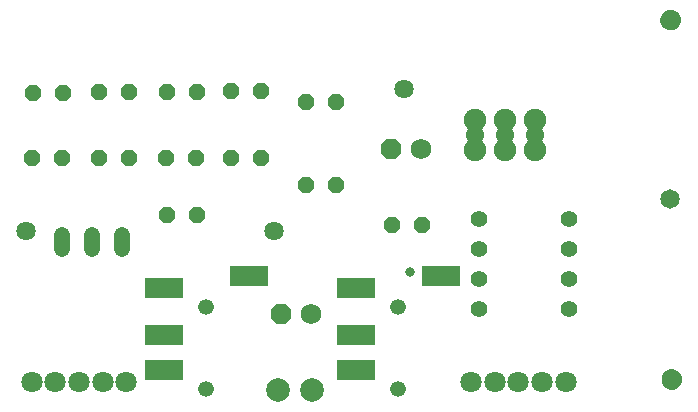
<source format=gts>
G75*
%MOIN*%
%OFA0B0*%
%FSLAX25Y25*%
%IPPOS*%
%LPD*%
%AMOC8*
5,1,8,0,0,1.08239X$1,22.5*
%
%ADD10C,0.06406*%
%ADD11OC8,0.06800*%
%ADD12C,0.06800*%
%ADD13OC8,0.05300*%
%ADD14C,0.05500*%
%ADD15C,0.07900*%
%ADD16C,0.05300*%
%ADD17C,0.07500*%
%ADD18C,0.03500*%
%ADD19C,0.06500*%
%ADD20R,0.13000X0.06500*%
%ADD21C,0.05224*%
%ADD22C,0.07100*%
%ADD23C,0.03200*%
%ADD24C,0.06100*%
D10*
X0021433Y0072555D03*
X0104110Y0072555D03*
X0147417Y0119799D03*
D11*
X0142988Y0099878D03*
X0106394Y0044917D03*
D12*
X0116394Y0044917D03*
X0152988Y0099878D03*
D13*
X0124760Y0088028D03*
X0114760Y0088028D03*
X0099602Y0096768D03*
X0089602Y0096768D03*
X0077969Y0096768D03*
X0067969Y0096768D03*
X0055823Y0096768D03*
X0045823Y0096768D03*
X0033382Y0096768D03*
X0023382Y0096768D03*
X0023579Y0118500D03*
X0033579Y0118500D03*
X0045705Y0118835D03*
X0055705Y0118835D03*
X0068283Y0118972D03*
X0078283Y0118972D03*
X0089720Y0119406D03*
X0099720Y0119406D03*
X0114622Y0115665D03*
X0124622Y0115665D03*
X0078480Y0077870D03*
X0068480Y0077870D03*
X0143382Y0074425D03*
X0153382Y0074425D03*
D14*
X0172378Y0076610D03*
X0172378Y0066610D03*
X0172378Y0056610D03*
X0172378Y0046610D03*
X0202378Y0046610D03*
X0202378Y0056610D03*
X0202378Y0066610D03*
X0202378Y0076610D03*
D15*
X0116720Y0019465D03*
X0105320Y0019465D03*
D16*
X0053402Y0066435D02*
X0053402Y0071235D01*
X0043402Y0071235D02*
X0043402Y0066435D01*
X0033402Y0066435D02*
X0033402Y0071235D01*
D17*
X0171138Y0099652D03*
X0181138Y0099652D03*
X0191138Y0099652D03*
X0191138Y0109652D03*
X0181138Y0109652D03*
X0171138Y0109652D03*
D18*
X0234478Y0143047D02*
X0234480Y0143126D01*
X0234486Y0143206D01*
X0234496Y0143285D01*
X0234510Y0143363D01*
X0234528Y0143440D01*
X0234549Y0143517D01*
X0234575Y0143592D01*
X0234604Y0143666D01*
X0234637Y0143738D01*
X0234674Y0143809D01*
X0234714Y0143877D01*
X0234757Y0143944D01*
X0234804Y0144008D01*
X0234854Y0144070D01*
X0234907Y0144129D01*
X0234962Y0144186D01*
X0235021Y0144239D01*
X0235082Y0144290D01*
X0235146Y0144338D01*
X0235212Y0144382D01*
X0235280Y0144423D01*
X0235350Y0144460D01*
X0235422Y0144494D01*
X0235496Y0144524D01*
X0235570Y0144551D01*
X0235647Y0144573D01*
X0235724Y0144592D01*
X0235802Y0144607D01*
X0235881Y0144618D01*
X0235960Y0144625D01*
X0236039Y0144628D01*
X0236119Y0144627D01*
X0236198Y0144622D01*
X0236277Y0144613D01*
X0236355Y0144600D01*
X0236433Y0144583D01*
X0236510Y0144562D01*
X0236585Y0144538D01*
X0236659Y0144510D01*
X0236732Y0144478D01*
X0236803Y0144442D01*
X0236872Y0144403D01*
X0236939Y0144360D01*
X0237004Y0144314D01*
X0237067Y0144265D01*
X0237127Y0144213D01*
X0237184Y0144158D01*
X0237238Y0144100D01*
X0237290Y0144039D01*
X0237338Y0143976D01*
X0237383Y0143911D01*
X0237425Y0143843D01*
X0237463Y0143774D01*
X0237498Y0143702D01*
X0237529Y0143629D01*
X0237556Y0143554D01*
X0237580Y0143479D01*
X0237600Y0143402D01*
X0237616Y0143324D01*
X0237628Y0143245D01*
X0237636Y0143166D01*
X0237640Y0143087D01*
X0237640Y0143007D01*
X0237636Y0142928D01*
X0237628Y0142849D01*
X0237616Y0142770D01*
X0237600Y0142692D01*
X0237580Y0142615D01*
X0237556Y0142540D01*
X0237529Y0142465D01*
X0237498Y0142392D01*
X0237463Y0142320D01*
X0237425Y0142251D01*
X0237383Y0142183D01*
X0237338Y0142118D01*
X0237290Y0142055D01*
X0237238Y0141994D01*
X0237184Y0141936D01*
X0237127Y0141881D01*
X0237067Y0141829D01*
X0237004Y0141780D01*
X0236939Y0141734D01*
X0236872Y0141691D01*
X0236803Y0141652D01*
X0236732Y0141616D01*
X0236659Y0141584D01*
X0236585Y0141556D01*
X0236510Y0141532D01*
X0236433Y0141511D01*
X0236355Y0141494D01*
X0236277Y0141481D01*
X0236198Y0141472D01*
X0236119Y0141467D01*
X0236039Y0141466D01*
X0235960Y0141469D01*
X0235881Y0141476D01*
X0235802Y0141487D01*
X0235724Y0141502D01*
X0235647Y0141521D01*
X0235570Y0141543D01*
X0235496Y0141570D01*
X0235422Y0141600D01*
X0235350Y0141634D01*
X0235280Y0141671D01*
X0235212Y0141712D01*
X0235146Y0141756D01*
X0235082Y0141804D01*
X0235021Y0141855D01*
X0234962Y0141908D01*
X0234907Y0141965D01*
X0234854Y0142024D01*
X0234804Y0142086D01*
X0234757Y0142150D01*
X0234714Y0142217D01*
X0234674Y0142285D01*
X0234637Y0142356D01*
X0234604Y0142428D01*
X0234575Y0142502D01*
X0234549Y0142577D01*
X0234528Y0142654D01*
X0234510Y0142731D01*
X0234496Y0142809D01*
X0234486Y0142888D01*
X0234480Y0142968D01*
X0234478Y0143047D01*
X0234872Y0023205D02*
X0234874Y0023284D01*
X0234880Y0023364D01*
X0234890Y0023443D01*
X0234904Y0023521D01*
X0234922Y0023598D01*
X0234943Y0023675D01*
X0234969Y0023750D01*
X0234998Y0023824D01*
X0235031Y0023896D01*
X0235068Y0023967D01*
X0235108Y0024035D01*
X0235151Y0024102D01*
X0235198Y0024166D01*
X0235248Y0024228D01*
X0235301Y0024287D01*
X0235356Y0024344D01*
X0235415Y0024397D01*
X0235476Y0024448D01*
X0235540Y0024496D01*
X0235606Y0024540D01*
X0235674Y0024581D01*
X0235744Y0024618D01*
X0235816Y0024652D01*
X0235890Y0024682D01*
X0235964Y0024709D01*
X0236041Y0024731D01*
X0236118Y0024750D01*
X0236196Y0024765D01*
X0236275Y0024776D01*
X0236354Y0024783D01*
X0236433Y0024786D01*
X0236513Y0024785D01*
X0236592Y0024780D01*
X0236671Y0024771D01*
X0236749Y0024758D01*
X0236827Y0024741D01*
X0236904Y0024720D01*
X0236979Y0024696D01*
X0237053Y0024668D01*
X0237126Y0024636D01*
X0237197Y0024600D01*
X0237266Y0024561D01*
X0237333Y0024518D01*
X0237398Y0024472D01*
X0237461Y0024423D01*
X0237521Y0024371D01*
X0237578Y0024316D01*
X0237632Y0024258D01*
X0237684Y0024197D01*
X0237732Y0024134D01*
X0237777Y0024069D01*
X0237819Y0024001D01*
X0237857Y0023932D01*
X0237892Y0023860D01*
X0237923Y0023787D01*
X0237950Y0023712D01*
X0237974Y0023637D01*
X0237994Y0023560D01*
X0238010Y0023482D01*
X0238022Y0023403D01*
X0238030Y0023324D01*
X0238034Y0023245D01*
X0238034Y0023165D01*
X0238030Y0023086D01*
X0238022Y0023007D01*
X0238010Y0022928D01*
X0237994Y0022850D01*
X0237974Y0022773D01*
X0237950Y0022698D01*
X0237923Y0022623D01*
X0237892Y0022550D01*
X0237857Y0022478D01*
X0237819Y0022409D01*
X0237777Y0022341D01*
X0237732Y0022276D01*
X0237684Y0022213D01*
X0237632Y0022152D01*
X0237578Y0022094D01*
X0237521Y0022039D01*
X0237461Y0021987D01*
X0237398Y0021938D01*
X0237333Y0021892D01*
X0237266Y0021849D01*
X0237197Y0021810D01*
X0237126Y0021774D01*
X0237053Y0021742D01*
X0236979Y0021714D01*
X0236904Y0021690D01*
X0236827Y0021669D01*
X0236749Y0021652D01*
X0236671Y0021639D01*
X0236592Y0021630D01*
X0236513Y0021625D01*
X0236433Y0021624D01*
X0236354Y0021627D01*
X0236275Y0021634D01*
X0236196Y0021645D01*
X0236118Y0021660D01*
X0236041Y0021679D01*
X0235964Y0021701D01*
X0235890Y0021728D01*
X0235816Y0021758D01*
X0235744Y0021792D01*
X0235674Y0021829D01*
X0235606Y0021870D01*
X0235540Y0021914D01*
X0235476Y0021962D01*
X0235415Y0022013D01*
X0235356Y0022066D01*
X0235301Y0022123D01*
X0235248Y0022182D01*
X0235198Y0022244D01*
X0235151Y0022308D01*
X0235108Y0022375D01*
X0235068Y0022443D01*
X0235031Y0022514D01*
X0234998Y0022586D01*
X0234969Y0022660D01*
X0234943Y0022735D01*
X0234922Y0022812D01*
X0234904Y0022889D01*
X0234890Y0022967D01*
X0234880Y0023046D01*
X0234874Y0023126D01*
X0234872Y0023205D01*
D19*
X0236059Y0083126D03*
D20*
X0159699Y0057700D03*
X0131199Y0053657D03*
X0131199Y0037909D03*
X0131199Y0026098D03*
X0095722Y0057700D03*
X0067222Y0053657D03*
X0067222Y0037909D03*
X0067222Y0026098D03*
D21*
X0081472Y0019799D03*
X0081472Y0047358D03*
X0145449Y0047358D03*
X0145449Y0019799D03*
D22*
X0023264Y0022181D03*
X0031138Y0022181D03*
X0039012Y0022181D03*
X0046886Y0022181D03*
X0054760Y0022181D03*
X0169701Y0022181D03*
X0177575Y0022181D03*
X0185449Y0022181D03*
X0193323Y0022181D03*
X0201197Y0022181D03*
D23*
X0149386Y0058776D03*
D24*
X0171177Y0104563D03*
X0181138Y0104661D03*
X0191177Y0104661D03*
M02*

</source>
